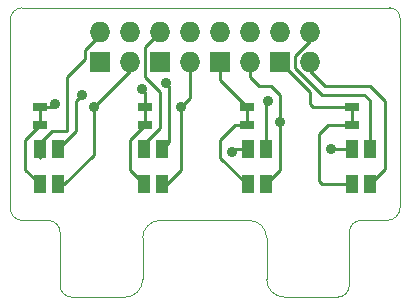
<source format=gbl>
G04 #@! TF.FileFunction,Copper,L2,Bot,Signal*
%FSLAX46Y46*%
G04 Gerber Fmt 4.6, Leading zero omitted, Abs format (unit mm)*
G04 Created by KiCad (PCBNEW (2015-01-08 BZR 5360)-product) date 2015-02-02T04:43:26 CET*
%MOMM*%
G01*
G04 APERTURE LIST*
%ADD10C,0.100000*%
%ADD11R,1.727200X1.727200*%
%ADD12O,1.727200X1.727200*%
%ADD13R,1.143000X0.635000*%
%ADD14R,1.100000X1.500000*%
%ADD15C,0.889000*%
%ADD16C,0.254000*%
G04 APERTURE END LIST*
D10*
X91844000Y-77944000D02*
X89644000Y-77944000D01*
X92944000Y-60844000D02*
X92944000Y-76844000D01*
X92044000Y-59944000D02*
X60944000Y-59944000D01*
X60944000Y-77944000D02*
X63244000Y-77944000D01*
X59944000Y-60844000D02*
X59944000Y-76944000D01*
X91844000Y-77944000D02*
G75*
G03X92944000Y-76844000I0J1100000D01*
G01*
X92944000Y-60844000D02*
G75*
G03X92044000Y-59944000I-900000J0D01*
G01*
X59944000Y-76944000D02*
G75*
G03X60944000Y-77944000I1000000J0D01*
G01*
X60944000Y-59944000D02*
G75*
G03X59944000Y-60944000I0J-1000000D01*
G01*
X69644000Y-84444000D02*
X65144000Y-84444000D01*
X71144000Y-79444000D02*
X71144000Y-82944000D01*
X80144000Y-77944000D02*
X72644000Y-77944000D01*
X81644000Y-82944000D02*
X81644000Y-79444000D01*
X87644000Y-84444000D02*
X83144000Y-84444000D01*
X88644000Y-78944000D02*
X88644000Y-83444000D01*
X81644000Y-82944000D02*
G75*
G03X83144000Y-84444000I1500000J0D01*
G01*
X81644000Y-79444000D02*
G75*
G03X80144000Y-77944000I-1500000J0D01*
G01*
X72644000Y-77944000D02*
G75*
G03X71144000Y-79444000I0J-1500000D01*
G01*
X69644000Y-84444000D02*
G75*
G03X71144000Y-82944000I0J1500000D01*
G01*
X64144000Y-78944000D02*
X64144000Y-83444000D01*
X89644000Y-77944000D02*
G75*
G03X88644000Y-78944000I0J-1000000D01*
G01*
X87644000Y-84444000D02*
G75*
G03X88644000Y-83444000I0J1000000D01*
G01*
X64144000Y-83444000D02*
G75*
G03X65144000Y-84444000I1000000J0D01*
G01*
X64144000Y-78944000D02*
G75*
G03X63144000Y-77944000I-1000000J0D01*
G01*
D11*
X67542000Y-64516000D03*
D12*
X67542000Y-61976000D03*
X70082000Y-64516000D03*
X70082000Y-61976000D03*
D11*
X72622000Y-64516000D03*
D12*
X72622000Y-61976000D03*
X75162000Y-64516000D03*
X75162000Y-61976000D03*
D11*
X77702000Y-64516000D03*
D12*
X77702000Y-61976000D03*
X80242000Y-64516000D03*
X80242000Y-61976000D03*
D11*
X82782000Y-64516000D03*
D12*
X82782000Y-61976000D03*
X85322000Y-64516000D03*
X85322000Y-61976000D03*
D13*
X62462000Y-69850000D03*
X62462000Y-68326000D03*
X71352000Y-69850000D03*
X71352000Y-68326000D03*
X79988000Y-69850000D03*
X79988000Y-68326000D03*
X88878000Y-68326000D03*
X88878000Y-69850000D03*
D14*
X88869680Y-71906000D03*
X90369680Y-71906000D03*
X90369680Y-74906000D03*
X88869680Y-74906000D03*
X80071120Y-71906000D03*
X81571120Y-71906000D03*
X81571120Y-74906000D03*
X80071120Y-74906000D03*
X71272560Y-71906000D03*
X72772560Y-71906000D03*
X72772560Y-74906000D03*
X71272560Y-74906000D03*
X62474000Y-71906000D03*
X63974000Y-71906000D03*
X63974000Y-74906000D03*
X62474000Y-74906000D03*
D15*
X66018000Y-67310000D03*
X67034000Y-68326000D03*
X63732000Y-68072000D03*
X73130000Y-66294000D03*
X74400000Y-68326000D03*
X71098000Y-66802000D03*
X78718000Y-72136000D03*
X81766000Y-67818000D03*
X82782000Y-69596000D03*
X87100000Y-71882000D03*
D16*
X62474000Y-71906000D02*
X62474000Y-71362000D01*
X62474000Y-71362000D02*
X63478000Y-70358000D01*
X66272000Y-63500000D02*
X67542000Y-62230000D01*
X66272000Y-64262000D02*
X66272000Y-63500000D01*
X64748000Y-65786000D02*
X66272000Y-64262000D01*
X64748000Y-66040000D02*
X64748000Y-65786000D01*
X64748000Y-70358000D02*
X64748000Y-66040000D01*
X63478000Y-70358000D02*
X64748000Y-70358000D01*
X67542000Y-62230000D02*
X67542000Y-61976000D01*
X67542000Y-62230000D02*
X67542000Y-61976000D01*
X62474000Y-71906000D02*
X62474000Y-71405576D01*
X62474000Y-72632000D02*
X62474000Y-71906000D01*
X66018000Y-67310000D02*
X65510000Y-67818000D01*
X65510000Y-67818000D02*
X65510000Y-70370000D01*
X65510000Y-70370000D02*
X63974000Y-71906000D01*
X63974000Y-74906000D02*
X64518000Y-74906000D01*
X64518000Y-74906000D02*
X67034000Y-72390000D01*
X67034000Y-72390000D02*
X67034000Y-68326000D01*
X70082000Y-64516000D02*
X70082000Y-65278000D01*
X70082000Y-65278000D02*
X67034000Y-68326000D01*
X63974000Y-74906000D02*
X63974000Y-74410000D01*
X62462000Y-68326000D02*
X62462000Y-69850000D01*
X62462000Y-68326000D02*
X63478000Y-68326000D01*
X63478000Y-68326000D02*
X63732000Y-68072000D01*
X63478000Y-68326000D02*
X63732000Y-68072000D01*
X63478000Y-68326000D02*
X63732000Y-68072000D01*
X62474000Y-74906000D02*
X62438000Y-74906000D01*
X62438000Y-74906000D02*
X61192000Y-73660000D01*
X61192000Y-71120000D02*
X62462000Y-69850000D01*
X61192000Y-73660000D02*
X61192000Y-71120000D01*
X71272560Y-71906000D02*
X71272560Y-71453440D01*
X71272560Y-71453440D02*
X72622000Y-70104000D01*
X72622000Y-70104000D02*
X72622000Y-67056000D01*
X72622000Y-67056000D02*
X71352000Y-65786000D01*
X71352000Y-65786000D02*
X71352000Y-63246000D01*
X71352000Y-63246000D02*
X72622000Y-61976000D01*
X73130000Y-66294000D02*
X73384000Y-66548000D01*
X73384000Y-66548000D02*
X73384000Y-71294560D01*
X73384000Y-71294560D02*
X72772560Y-71906000D01*
X72772560Y-74906000D02*
X73182000Y-74906000D01*
X73182000Y-74906000D02*
X74400000Y-73688000D01*
X74400000Y-73688000D02*
X74400000Y-68326000D01*
X75162000Y-64516000D02*
X75162000Y-67564000D01*
X75162000Y-67564000D02*
X74400000Y-68326000D01*
X72772560Y-74906000D02*
X72772560Y-74318560D01*
X71352000Y-68326000D02*
X71352000Y-67056000D01*
X71352000Y-67056000D02*
X71098000Y-66802000D01*
X71098000Y-66802000D02*
X71352000Y-67056000D01*
X71272560Y-74906000D02*
X71272560Y-74850560D01*
X71272560Y-74850560D02*
X70082000Y-73660000D01*
X70082000Y-73660000D02*
X70082000Y-71120000D01*
X70082000Y-71120000D02*
X71352000Y-69850000D01*
X71352000Y-69850000D02*
X71352000Y-68326000D01*
X78718000Y-72136000D02*
X78948000Y-71906000D01*
X78948000Y-71906000D02*
X80071120Y-71906000D01*
X81571120Y-68012880D02*
X81571120Y-71906000D01*
X81766000Y-67818000D02*
X81571120Y-68012880D01*
X82782000Y-69596000D02*
X82782000Y-73695120D01*
X82782000Y-73695120D02*
X81571120Y-74906000D01*
X80242000Y-64516000D02*
X80242000Y-65786000D01*
X82782000Y-67310000D02*
X82782000Y-69596000D01*
X82020000Y-66548000D02*
X82782000Y-67310000D01*
X81004000Y-66548000D02*
X82020000Y-66548000D01*
X80242000Y-65786000D02*
X81004000Y-66548000D01*
X77702000Y-64516000D02*
X77702000Y-66040000D01*
X77702000Y-66040000D02*
X79988000Y-68326000D01*
X80071120Y-74906000D02*
X79964000Y-74906000D01*
X79964000Y-74906000D02*
X77702000Y-72644000D01*
X77702000Y-72644000D02*
X77702000Y-71120000D01*
X77702000Y-71120000D02*
X78972000Y-69850000D01*
X78972000Y-69850000D02*
X79988000Y-69850000D01*
X79988000Y-69850000D02*
X79988000Y-68326000D01*
X88869680Y-71906000D02*
X87124000Y-71906000D01*
X87124000Y-71906000D02*
X87100000Y-71882000D01*
X85322000Y-61976000D02*
X85322000Y-62738000D01*
X85322000Y-62738000D02*
X84052000Y-64008000D01*
X84052000Y-64008000D02*
X84052000Y-65024000D01*
X84052000Y-65024000D02*
X86338000Y-67310000D01*
X86338000Y-67310000D02*
X89894000Y-67310000D01*
X89894000Y-67310000D02*
X90369680Y-67785680D01*
X90369680Y-67785680D02*
X90369680Y-71906000D01*
X85322000Y-64516000D02*
X85322000Y-65278000D01*
X85322000Y-65278000D02*
X86592000Y-66548000D01*
X91672000Y-73603680D02*
X90369680Y-74906000D01*
X91672000Y-67818000D02*
X91672000Y-73603680D01*
X90402000Y-66548000D02*
X91672000Y-67818000D01*
X86592000Y-66548000D02*
X90402000Y-66548000D01*
X85322000Y-64516000D02*
X85322000Y-64770000D01*
X90369680Y-74906000D02*
X90426000Y-74906000D01*
X85322000Y-67056000D02*
X85322000Y-68072000D01*
X85322000Y-68072000D02*
X85576000Y-68326000D01*
X85576000Y-68326000D02*
X88878000Y-68326000D01*
X82782000Y-64516000D02*
X85322000Y-67056000D01*
X88869680Y-74906000D02*
X86362000Y-74906000D01*
X86846000Y-69850000D02*
X88878000Y-69850000D01*
X86084000Y-70612000D02*
X86846000Y-69850000D01*
X86084000Y-74628000D02*
X86084000Y-70612000D01*
X86362000Y-74906000D02*
X86084000Y-74628000D01*
X88869680Y-74906000D02*
X88600000Y-74906000D01*
X88878000Y-69850000D02*
X88878000Y-68326000D01*
M02*

</source>
